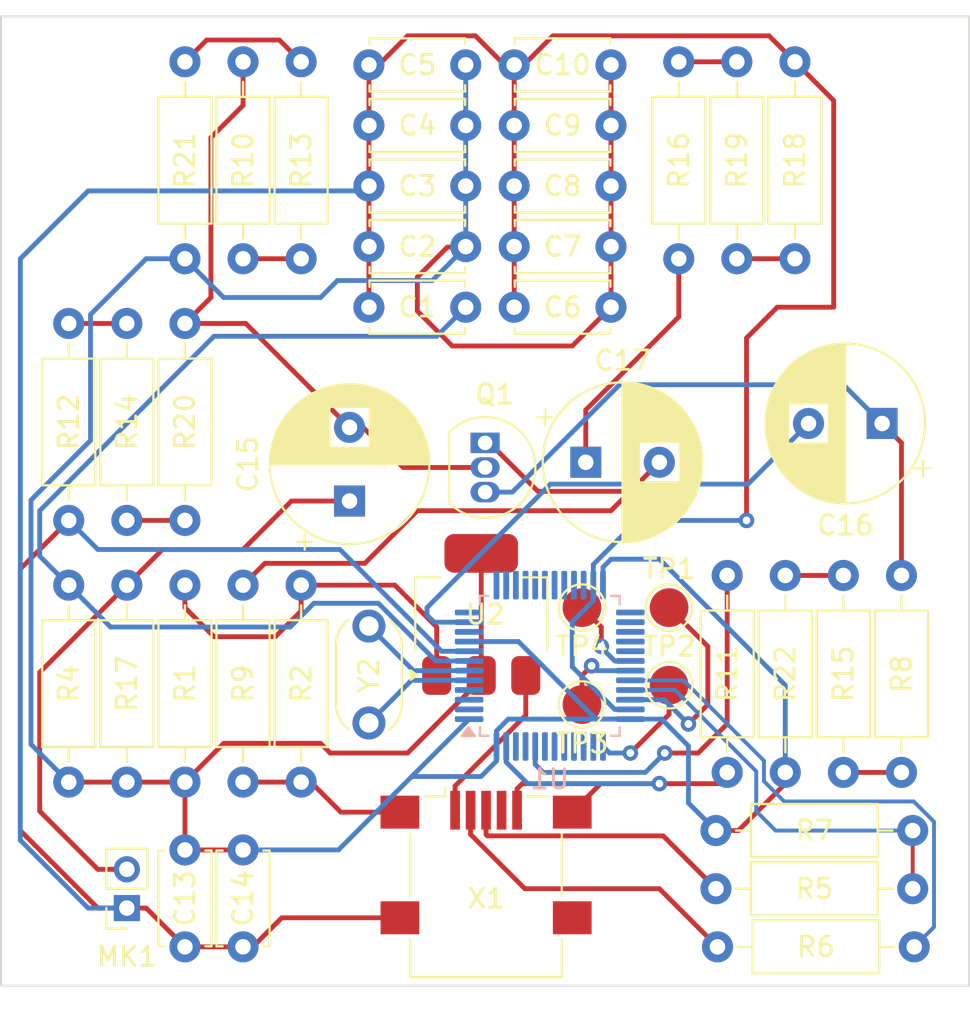
<source format=kicad_pcb>
(kicad_pcb (version 20240108) (generator "pcbnew") (generator_version "8.0")
  (layers (0 "F.Cu" signal) (31 "B.Cu" signal) (34 "B.Paste" user) (35 "F.Paste" user) (36 "B.SilkS" user "B.Silkscreen") (37 "F.SilkS" user "F.Silkscreen") (38 "B.Mask" user) (39 "F.Mask" user) (44 "Edge.Cuts" user))
  (net 0 "")
  (net 1 "GNDREF")
  (net 2 "Net-(U1-NRST)")
  (net 3 "+3V3")
  (net 4 "Net-(Q1-B)")
  (net 5 "Net-(MK1-+)")
  (net 6 "Net-(Q1-C)")
  (net 7 "/Electret AMP/MIC_AMP_OUT")
  (net 8 "Net-(Q1-E)")
  (net 9 "Net-(C17-Pad1)")
  (net 10 "/Power and MCU/USART_1_RX")
  (net 11 "/Power and MCU/SWD_IO")
  (net 12 "/Power and MCU/USART_1_TX")
  (net 13 "/Power and MCU/SWD_CLK")
  (net 14 "Net-(U2-ADJ)")
  (net 15 "/Power and MCU/USB_D+")
  (net 16 "Net-(X1-D+)")
  (net 17 "Net-(X1-D-)")
  (net 18 "/Power and MCU/USB_D-")
  (net 19 "Net-(U1-BOOT0)")
  (net 36 "Net-(U1-PD1)")
  (net 39 "Net-(U1-PD0)")
  (net 50 "5V_USB")
  (net 52 "Net-(R10-Pad1)")
  (net 53 "Net-(R12-Pad2)")
  (net 54 "Net-(R15-Pad1)")
  (net 55 "Net-(R16-Pad1)")
  (net 56 "Net-(R18-Pad2)")
  (net 57 "Net-(R14-Pad2)")
  (net 58 "Net-(R10-Pad2)")
  (net 59 "Net-(R15-Pad2)")
  (footprint "Capacitor_THT:C_Disc_D4.7mm_W2.5mm_P5.00mm" (layer "F.Cu") (at 204.5 68 180)
    (property "Reference" "C5" (at 2.5 0 0) (layer "F.SilkS"))
    (property "Value" "100 nF")
    (pad "1" thru_hole circle (at 0 0 180) (size 1.6 1.6) (drill 0.8) (layers "*.Cu" "*.Mask") (net 3 "+3V3"))
    (pad "2" thru_hole circle (at 5 0 180) (size 1.6 1.6) (drill 0.8) (layers "*.Cu" "*.Mask") (net 1 "GNDREF"))
  )
  (footprint "Capacitor_THT:C_Disc_D4.7mm_W2.5mm_P5.00mm" (layer "F.Cu") (at 204.5 77.375 180)
    (property "Reference" "C2" (at 2.5 0 0) (layer "F.SilkS"))
    (property "Value" "0.1 uF")
    (pad "1" thru_hole circle (at 0 0 180) (size 1.6 1.6) (drill 0.8) (layers "*.Cu" "*.Mask") (net 3 "+3V3"))
    (pad "2" thru_hole circle (at 5 0 180) (size 1.6 1.6) (drill 0.8) (layers "*.Cu" "*.Mask") (net 1 "GNDREF"))
  )
  (footprint "Resistor_THT:R_Axial_DIN0207_L6.3mm_D2.5mm_P10.16mm_Horizontal" (layer "F.Cu") (at 187 94.84 -90)
    (property "Reference" "R17" (at 5.08 0 90) (layer "F.SilkS"))
    (property "Value" "10k")
    (pad "1" thru_hole circle (at 0 0 270) (size 1.6 1.6) (drill 0.8) (layers "*.Cu" "*.Mask") (net 5 "Net-(MK1-+)"))
    (pad "2" thru_hole oval (at 10.16 0 270) (size 1.6 1.6) (drill 0.8) (layers "*.Cu" "*.Mask") (net 3 "+3V3"))
  )
  (footprint "Resistor_THT:R_Axial_DIN0207_L6.3mm_D2.5mm_P10.16mm_Horizontal" (layer "F.Cu") (at 218 104.5 90)
    (property "Reference" "R11" (at 5.08 0 90) (layer "F.SilkS"))
    (property "Value" "10k")
    (pad "1" thru_hole circle (at 0 0 90) (size 1.6 1.6) (drill 0.8) (layers "*.Cu" "*.Mask") (net 1 "GNDREF"))
    (pad "2" thru_hole oval (at 10.16 0 90) (size 1.6 1.6) (drill 0.8) (layers "*.Cu" "*.Mask") (net 19 "Net-(U1-BOOT0)"))
  )
  (footprint "TestPoint:TestPoint_Pad_D2.0mm" (layer "F.Cu") (at 210.5 96 180)
    (property "Reference" "TP4" (at 0 -1.998 0) (layer "F.SilkS"))
    (property "Value" "TestPoint" (hide yes))
    (pad "1" smd circle (at 0 0 180) (size 2 2) (layers "F.Cu" "F.Mask") (net 12 "/Power and MCU/USART_1_TX"))
  )
  (footprint "Resistor_THT:R_Axial_DIN0207_L6.3mm_D2.5mm_P10.16mm_Horizontal" (layer "F.Cu") (at 190 91.5 90)
    (property "Reference" "R20" (at 5.08 0 90) (layer "F.SilkS"))
    (property "Value" "0")
    (pad "1" thru_hole circle (at 0 0 90) (size 1.6 1.6) (drill 0.8) (layers "*.Cu" "*.Mask") (net 57 "Net-(R14-Pad2)"))
    (pad "2" thru_hole oval (at 10.16 0 90) (size 1.6 1.6) (drill 0.8) (layers "*.Cu" "*.Mask") (net 4 "Net-(Q1-B)"))
  )
  (footprint "Package_TO_SOT_SMD:SOT-223-3_TabPin2" (layer "F.Cu") (at 205.3 96.35 90)
    (property "Reference" "U2" (at 0 0.2 180) (layer "F.SilkS"))
    (property "Value" "AMS1117-3.3")
    (pad "1" smd roundrect (at -3.15 -2.3 90) (size 2 1.5) (layers "F.Cu" "F.Paste" "F.Mask") (net 14 "Net-(U2-ADJ)"))
    (pad "2" smd roundrect (at -3.15 0 90) (size 2 1.5) (layers "F.Cu" "F.Paste" "F.Mask") (net 3 "+3V3"))
    (pad "2" smd roundrect (at 3.15 0 90) (size 2 3.8) (layers "F.Cu" "F.Paste" "F.Mask") (net 3 "+3V3"))
    (pad "3" smd roundrect (at -3.15 2.3 90) (size 2 1.5) (layers "F.Cu" "F.Paste" "F.Mask") (net 50 "5V_USB"))
  )
  (footprint "Resistor_THT:R_Axial_DIN0207_L6.3mm_D2.5mm_P10.16mm_Horizontal" (layer "F.Cu") (at 227.58 107.5 180)
    (property "Reference" "R7" (at 5.08 0 0) (layer "F.SilkS"))
    (property "Value" "1,5k")
    (pad "1" thru_hole circle (at 0 0 180) (size 1.6 1.6) (drill 0.8) (layers "*.Cu" "*.Mask") (net 15 "/Power and MCU/USB_D+"))
    (pad "2" thru_hole oval (at 10.16 0 180) (size 1.6 1.6) (drill 0.8) (layers "*.Cu" "*.Mask") (net 3 "+3V3"))
  )
  (footprint "TestPoint:TestPoint_Pad_D2.0mm" (layer "F.Cu") (at 215 100)
    (property "Reference" "TP2" (at 0 -1.998 0) (layer "F.SilkS"))
    (property "Value" "TestPoint")
    (pad "1" smd circle (at 0 0) (size 2 2) (layers "F.Cu" "F.Mask") (net 13 "/Power and MCU/SWD_CLK"))
  )
  (footprint "Resistor_THT:R_Axial_DIN0207_L6.3mm_D2.5mm_P10.16mm_Horizontal" (layer "F.Cu") (at 196 94.84 -90)
    (property "Reference" "R2" (at 5.08 0 90) (layer "F.SilkS"))
    (property "Value" "10k")
    (pad "1" thru_hole circle (at 0 0 270) (size 1.6 1.6) (drill 0.8) (layers "*.Cu" "*.Mask") (net 14 "Net-(U2-ADJ)"))
    (pad "2" thru_hole oval (at 10.16 0 270) (size 1.6 1.6) (drill 0.8) (layers "*.Cu" "*.Mask") (net 1 "GNDREF"))
  )
  (footprint "Capacitor_THT:C_Disc_D4.7mm_W2.5mm_P5.00mm" (layer "F.Cu") (at 212 71.125 180)
    (property "Reference" "C9" (at 2.5 0 0) (layer "F.SilkS"))
    (property "Value" "100 nF")
    (pad "1" thru_hole circle (at 0 0 180) (size 1.6 1.6) (drill 0.8) (layers "*.Cu" "*.Mask") (net 3 "+3V3"))
    (pad "2" thru_hole circle (at 5 0 180) (size 1.6 1.6) (drill 0.8) (layers "*.Cu" "*.Mask") (net 1 "GNDREF"))
  )
  (footprint "Resistor_THT:R_Axial_DIN0207_L6.3mm_D2.5mm_P10.16mm_Horizontal" (layer "F.Cu") (at 221.5 67.84 -90)
    (property "Reference" "R18" (at 5.08 0 90) (layer "F.SilkS"))
    (property "Value" "40")
    (pad "1" thru_hole circle (at 0 0 270) (size 1.6 1.6) (drill 0.8) (layers "*.Cu" "*.Mask") (net 1 "GNDREF"))
    (pad "2" thru_hole oval (at 10.16 0 270) (size 1.6 1.6) (drill 0.8) (layers "*.Cu" "*.Mask") (net 56 "Net-(R18-Pad2)"))
  )
  (footprint "Resistor_THT:R_Axial_DIN0207_L6.3mm_D2.5mm_P10.16mm_Horizontal" (layer "F.Cu") (at 215.5 67.84 -90)
    (property "Reference" "R16" (at 5.08 0 90) (layer "F.SilkS"))
    (property "Value" "0")
    (pad "1" thru_hole circle (at 0 0 270) (size 1.6 1.6) (drill 0.8) (layers "*.Cu" "*.Mask") (net 55 "Net-(R16-Pad1)"))
    (pad "2" thru_hole oval (at 10.16 0 270) (size 1.6 1.6) (drill 0.8) (layers "*.Cu" "*.Mask") (net 9 "Net-(C17-Pad1)"))
  )
  (footprint "Resistor_THT:R_Axial_DIN0207_L6.3mm_D2.5mm_P10.16mm_Horizontal" (layer "F.Cu") (at 184 91.5 90)
    (property "Reference" "R12" (at 5.08 0 -90) (layer "F.SilkS"))
    (property "Value" "25k")
    (pad "1" thru_hole circle (at 0 0 90) (size 1.6 1.6) (drill 0.8) (layers "*.Cu" "*.Mask") (net 1 "GNDREF"))
    (pad "2" thru_hole oval (at 10.16 0 90) (size 1.6 1.6) (drill 0.8) (layers "*.Cu" "*.Mask") (net 53 "Net-(R12-Pad2)"))
  )
  (footprint "Capacitor_THT:C_Disc_D4.7mm_W2.5mm_P5.00mm" (layer "F.Cu") (at 193 108.5 -90)
    (property "Reference" "C14" (at 2.5 0 90) (layer "F.SilkS"))
    (property "Value" "100 nF")
    (pad "1" thru_hole circle (at 0 0 270) (size 1.6 1.6) (drill 0.8) (layers "*.Cu" "*.Mask") (net 3 "+3V3"))
    (pad "2" thru_hole circle (at 5 0 270) (size 1.6 1.6) (drill 0.8) (layers "*.Cu" "*.Mask") (net 1 "GNDREF"))
  )
  (footprint "Capacitor_THT:C_Disc_D4.7mm_W2.5mm_P5.00mm" (layer "F.Cu") (at 212 80.5 180)
    (property "Reference" "C6" (at 2.5 0 0) (layer "F.SilkS"))
    (property "Value" "1 uF")
    (pad "1" thru_hole circle (at 0 0 180) (size 1.6 1.6) (drill 0.8) (layers "*.Cu" "*.Mask") (net 3 "+3V3"))
    (pad "2" thru_hole circle (at 5 0 180) (size 1.6 1.6) (drill 0.8) (layers "*.Cu" "*.Mask") (net 1 "GNDREF"))
  )
  (footprint "Capacitor_THT:C_Disc_D4.7mm_W2.5mm_P5.00mm" (layer "F.Cu") (at 212 77.375 180)
    (property "Reference" "C7" (at 2.5 0 0) (layer "F.SilkS"))
    (property "Value" "100 nF")
    (pad "1" thru_hole circle (at 0 0 180) (size 1.6 1.6) (drill 0.8) (layers "*.Cu" "*.Mask") (net 3 "+3V3"))
    (pad "2" thru_hole circle (at 5 0 180) (size 1.6 1.6) (drill 0.8) (layers "*.Cu" "*.Mask") (net 1 "GNDREF"))
  )
  (footprint "Capacitor_THT:C_Disc_D4.7mm_W2.5mm_P5.00mm" (layer "F.Cu") (at 204.5 71.125 180)
    (property "Reference" "C4" (at 2.5 0 0) (layer "F.SilkS"))
    (property "Value" "10 nF")
    (pad "1" thru_hole circle (at 0 0 180) (size 1.6 1.6) (drill 0.8) (layers "*.Cu" "*.Mask") (net 3 "+3V3"))
    (pad "2" thru_hole circle (at 5 0 180) (size 1.6 1.6) (drill 0.8) (layers "*.Cu" "*.Mask") (net 1 "GNDREF"))
  )
  (footprint "Resistor_THT:R_Axial_DIN0207_L6.3mm_D2.5mm_P10.16mm_Horizontal" (layer "F.Cu") (at 218.5 78 90)
    (property "Reference" "R19" (at 5.08 0 90) (layer "F.SilkS"))
    (property "Value" "0")
    (pad "1" thru_hole circle (at 0 0 90) (size 1.6 1.6) (drill 0.8) (layers "*.Cu" "*.Mask") (net 56 "Net-(R18-Pad2)"))
    (pad "2" thru_hole oval (at 10.16 0 90) (size 1.6 1.6) (drill 0.8) (layers "*.Cu" "*.Mask") (net 55 "Net-(R16-Pad1)"))
  )
  (footprint "Resistor_THT:R_Axial_DIN0207_L6.3mm_D2.5mm_P10.16mm_Horizontal" (layer "F.Cu") (at 227 94.34 -90)
    (property "Reference" "R8" (at 5.08 0 90) (layer "F.SilkS"))
    (property "Value" "13k")
    (pad "1" thru_hole circle (at 0 0 270) (size 1.6 1.6) (drill 0.8) (layers "*.Cu" "*.Mask") (net 6 "Net-(Q1-C)"))
    (pad "2" thru_hole oval (at 10.16 0 270) (size 1.6 1.6) (drill 0.8) (layers "*.Cu" "*.Mask") (net 54 "Net-(R15-Pad1)"))
  )
  (footprint "Resistor_THT:R_Axial_DIN0207_L6.3mm_D2.5mm_P10.16mm_Horizontal" (layer "F.Cu") (at 196 78 90)
    (property "Reference" "R10" (at 5.08 -3 90) (layer "F.SilkS"))
    (property "Value" "86k")
    (pad "1" thru_hole circle (at 0 0 90) (size 1.6 1.6) (drill 0.8) (layers "*.Cu" "*.Mask") (net 52 "Net-(R10-Pad1)"))
    (pad "2" thru_hole oval (at 10.16 0 90) (size 1.6 1.6) (drill 0.8) (layers "*.Cu" "*.Mask") (net 58 "Net-(R10-Pad2)"))
  )
  (footprint "Crystal:Resonator-2Pin_W6.0mm_H3.0mm" (layer "F.Cu") (at 199.5 101.95 90)
    (property "Reference" "Y2" (at 2.45 0 90) (layer "F.SilkS"))
    (property "Value" "8 MHz")
    (pad "1" thru_hole circle (at 0 0 90) (size 1.7 1.7) (drill 1) (layers "*.Cu" "*.Mask") (net 39 "Net-(U1-PD0)"))
    (pad "2" thru_hole circle (at 5 0 90) (size 1.7 1.7) (drill 1) (layers "*.Cu" "*.Mask") (net 36 "Net-(U1-PD1)"))
  )
  (footprint "Resistor_THT:R_Axial_DIN0207_L6.3mm_D2.5mm_P10.16mm_Horizontal" (layer "F.Cu") (at 190 105 90)
    (property "Reference" "R1" (at 5.08 0 90) (layer "F.SilkS"))
    (property "Value" "7.5k")
    (pad "1" thru_hole circle (at 0 0 90) (size 1.6 1.6) (drill 0.8) (layers "*.Cu" "*.Mask") (net 3 "+3V3"))
    (pad "2" thru_hole oval (at 10.16 0 90) (size 1.6 1.6) (drill 0.8) (layers "*.Cu" "*.Mask") (net 14 "Net-(U2-ADJ)"))
  )
  (footprint "Capacitor_THT:C_Disc_D4.7mm_W2.5mm_P5.00mm" (layer "F.Cu") (at 204.5 74.25 180)
    (property "Reference" "C3" (at 2.5 0 0) (layer "F.SilkS"))
    (property "Value" "100 nF")
    (pad "1" thru_hole circle (at 0 0 180) (size 1.6 1.6) (drill 0.8) (layers "*.Cu" "*.Mask") (net 3 "+3V3"))
    (pad "2" thru_hole circle (at 5 0 180) (size 1.6 1.6) (drill 0.8) (layers "*.Cu" "*.Mask") (net 1 "GNDREF"))
  )
  (footprint "TestPoint:TestPoint_Pad_D2.0mm" (layer "F.Cu") (at 210.5 101 180)
    (property "Reference" "TP3" (at 0 -1.998 0) (layer "F.SilkS"))
    (property "Value" "TestPoint" (hide yes))
    (pad "1" smd circle (at 0 0 180) (size 2 2) (layers "F.Cu" "F.Mask") (net 10 "/Power and MCU/USART_1_RX"))
  )
  (footprint "Capacitor_THT:C_Disc_D4.7mm_W2.5mm_P5.00mm" (layer "F.Cu") (at 190 108.5 -90)
    (property "Reference" "C13" (at 2.5 0 90) (layer "F.SilkS"))
    (property "Value" "100 nF")
    (pad "1" thru_hole circle (at 0 0 270) (size 1.6 1.6) (drill 0.8) (layers "*.Cu" "*.Mask") (net 3 "+3V3"))
    (pad "2" thru_hole circle (at 5 0 270) (size 1.6 1.6) (drill 0.8) (layers "*.Cu" "*.Mask") (net 1 "GNDREF"))
  )
  (footprint "Resistor_THT:R_Axial_DIN0207_L6.3mm_D2.5mm_P10.16mm_Horizontal" (layer "F.Cu") (at 193 67.84 -90)
    (property "Reference" "R13" (at 5.08 -3 90) (layer "F.SilkS"))
    (property "Value" "0")
    (pad "1" thru_hole circle (at 0 0 270) (size 1.6 1.6) (drill 0.8) (layers "*.Cu" "*.Mask") (net 4 "Net-(Q1-B)"))
    (pad "2" thru_hole oval (at 10.16 0 270) (size 1.6 1.6) (drill 0.8) (layers "*.Cu" "*.Mask") (net 52 "Net-(R10-Pad1)"))
  )
  (footprint "Resistor_THT:R_Axial_DIN0207_L6.3mm_D2.5mm_P10.16mm_Horizontal" (layer "F.Cu") (at 217.5 113.5)
    (property "Reference" "R6" (at 5.08 0 0) (layer "F.SilkS"))
    (property "Value" "20")
    (pad "1" thru_hole circle (at 0 0) (size 1.6 1.6) (drill 0.8) (layers "*.Cu" "*.Mask") (net 17 "Net-(X1-D-)"))
    (pad "2" thru_hole oval (at 10.16 0) (size 1.6 1.6) (drill 0.8) (layers "*.Cu" "*.Mask") (net 18 "/Power and MCU/USB_D-"))
  )
  (footprint "Capacitor_THT:C_Disc_D4.7mm_W2.5mm_P5.00mm" (layer "F.Cu") (at 212 68 180)
    (property "Reference" "C10" (at 2.5 0 0) (layer "F.SilkS"))
    (property "Value" "4.7 uF")
    (pad "1" thru_hole circle (at 0 0 180) (size 1.6 1.6) (drill 0.8) (layers "*.Cu" "*.Mask") (net 3 "+3V3"))
    (pad "2" thru_hole circle (at 5 0 180) (size 1.6 1.6) (drill 0.8) (layers "*.Cu" "*.Mask") (net 1 "GNDREF"))
  )
  (footprint "Capacitor_THT:C_Disc_D4.7mm_W2.5mm_P5.00mm" (layer "F.Cu") (at 212 74.25 180)
    (property "Reference" "C8" (at 2.5 0 0) (layer "F.SilkS"))
    (property "Value" "100 nF")
    (pad "1" thru_hole circle (at 0 0 180) (size 1.6 1.6) (drill 0.8) (layers "*.Cu" "*.Mask") (net 3 "+3V3"))
    (pad "2" thru_hole circle (at 5 0 180) (size 1.6 1.6) (drill 0.8) (layers "*.Cu" "*.Mask") (net 1 "GNDREF"))
  )
  (footprint "Package_TO_SOT_THT:TO-92_Inline" (layer "F.Cu") (at 205.5 87.5 -90)
    (property "Reference" "Q1" (at -2.5 -0.5 180) (layer "F.SilkS"))
    (property "Value" "BC337")
    (pad "1" thru_hole rect (at 0 0 270) (size 1.05 1.5) (drill 0.75) (layers "*.Cu" "*.Mask") (net 8 "Net-(Q1-E)"))
    (pad "2" thru_hole oval (at 1.27 0 270) (size 1.05 1.5) (drill 0.75) (layers "*.Cu" "*.Mask") (net 4 "Net-(Q1-B)"))
    (pad "3" thru_hole oval (at 2.54 0 270) (size 1.05 1.5) (drill 0.75) (layers "*.Cu" "*.Mask") (net 6 "Net-(Q1-C)"))
  )
  (footprint "Connector_USB:USB_Mini-B_Lumberg_2486_01_Horizontal" (layer "F.Cu") (at 205.55 109.15)
    (property "Reference" "X1" (at 0 1.85 0) (layer "F.SilkS"))
    (property "Value" "USB_B_Micro")
    (pad "" np_thru_hole circle (at -2.2 0) (size 1 1) (drill 1) (layers "*.Cu" "*.Mask"))
    (pad "" np_thru_hole circle (at 2.2 0) (size 1 1) (drill 1) (layers "*.Cu" "*.Mask"))
    (pad "1" smd rect (at -1.6 -2.7) (size 0.5 2) (layers "F.Cu" "F.Paste" "F.Mask") (net 50 "5V_USB"))
    (pad "2" smd rect (at -0.8 -2.7) (size 0.5 2) (layers "F.Cu" "F.Paste" "F.Mask") (net 17 "Net-(X1-D-)"))
    (pad "3" smd rect (at 0 -2.7) (size 0.5 2) (layers "F.Cu" "F.Paste" "F.Mask") (net 16 "Net-(X1-D+)"))
    (pad "4" smd rect (at 0.8 -2.7) (size 0.5 2) (layers "F.Cu" "F.Paste" "F.Mask"))
    (pad "5" smd rect (at 1.6 -2.7) (size 0.5 2) (layers "F.Cu" "F.Paste" "F.Mask") (net 1 "GNDREF"))
    (pad "6" smd rect (at -4.45 -2.6) (size 2 1.7) (layers "F.Cu" "F.Paste" "F.Mask") (net 1 "GNDREF"))
    (pad "6" smd rect (at -4.45 2.85) (size 2 1.7) (layers "F.Cu" "F.Paste" "F.Mask") (net 1 "GNDREF"))
    (pad "6" smd rect (at 4.45 -2.6) (size 2 1.7) (layers "F.Cu" "F.Paste" "F.Mask") (net 1 "GNDREF"))
    (pad "6" smd rect (at 4.45 2.85) (size 2 1.7) (layers "F.Cu" "F.Paste" "F.Mask") (net 1 "GNDREF"))
  )
  (footprint "Capacitor_THT:CP_Radial_D8.0mm_P3.80mm" (layer "F.Cu") (at 226 86.5 180)
    (property "Reference" "C16" (at 1.9 -5.25 0) (layer "F.SilkS"))
    (property "Value" "10 uF")
    (pad "1" thru_hole rect (at 0 0 180) (size 1.6 1.6) (drill 0.8) (layers "*.Cu" "*.Mask") (net 6 "Net-(Q1-C)"))
    (pad "2" thru_hole circle (at 3.8 0 180) (size 1.6 1.6) (drill 0.8) (layers "*.Cu" "*.Mask") (net 7 "/Electret AMP/MIC_AMP_OUT"))
  )
  (footprint "Resistor_THT:R_Axial_DIN0207_L6.3mm_D2.5mm_P10.16mm_Horizontal" (layer "F.Cu") (at 190 67.84 -90)
    (property "Reference" "R21" (at 5.08 0 90) (layer "F.SilkS"))
    (property "Value" "0")
    (pad "1" thru_hole circle (at 0 0 270) (size 1.6 1.6) (drill 0.8) (layers "*.Cu" "*.Mask") (net 58 "Net-(R10-Pad2)"))
    (pad "2" thru_hole oval (at 10.16 0 270) (size 1.6 1.6) (drill 0.8) (layers "*.Cu" "*.Mask") (net 3 "+3V3"))
  )
  (footprint "Resistor_THT:R_Axial_DIN0207_L6.3mm_D2.5mm_P10.16mm_Horizontal" (layer "F.Cu") (at 217.42 110.5)
    (property "Reference" "R5" (at 5.08 0 0) (layer "F.SilkS"))
    (property "Value" "20")
    (pad "1" thru_hole circle (at 0 0) (size 1.6 1.6) (drill 0.8) (layers "*.Cu" "*.Mask") (net 16 "Net-(X1-D+)"))
    (pad "2" thru_hole oval (at 10.16 0) (size 1.6 1.6) (drill 0.8) (layers "*.Cu" "*.Mask") (net 15 "/Power and MCU/USB_D+"))
  )
  (footprint "Resistor_THT:R_Axial_DIN0207_L6.3mm_D2.5mm_P10.16mm_Horizontal" (layer "F.Cu") (at 221 94.34 -90)
    (property "Reference" "R22" (at 5.08 0 90) (layer "F.SilkS"))
    (property "Value" "0")
    (pad "1" thru_hole circle (at 0 0 270) (size 1.6 1.6) (drill 0.8) (layers "*.Cu" "*.Mask") (net 59 "Net-(R15-Pad2)"))
    (pad "2" thru_hole oval (at 10.16 0 270) (size 1.6 1.6) (drill 0.8) (layers "*.Cu" "*.Mask") (net 3 "+3V3"))
  )
  (footprint "Capacitor_THT:C_Disc_D4.7mm_W2.5mm_P5.00mm" (layer "F.Cu") (at 204.5 80.5 180)
    (property "Reference" "C1" (at 2.5 0 0) (layer "F.SilkS"))
    (property "Value" "1 uF")
    (pad "1" thru_hole circle (at 0 0 180) (size 1.6 1.6) (drill 0.8) (layers "*.Cu" "*.Mask") (net 2 "Net-(U1-NRST)"))
    (pad "2" thru_hole circle (at 5 0 180) (size 1.6 1.6) (drill 0.8) (layers "*.Cu" "*.Mask") (net 1 "GNDREF"))
  )
  (footprint "Resistor_THT:R_Axial_DIN0207_L6.3mm_D2.5mm_P10.16mm_Horizontal" (layer "F.Cu") (at 224 104.5 90)
    (property "Reference" "R15" (at 5.08 0 90) (layer "F.SilkS"))
    (property "Value" "0")
    (pad "1" thru_hole circle (at 0 0 90) (size 1.6 1.6) (drill 0.8) (layers "*.Cu" "*.Mask") (net 54 "Net-(R15-Pad1)"))
    (pad "2" thru_hole oval (at 10.16 0 90) (size 1.6 1.6) (drill 0.8) (layers "*.Cu" "*.Mask") (net 59 "Net-(R15-Pad2)"))
  )
  (footprint "Capacitor_THT:CP_Radial_D8.0mm_P3.80mm" (layer "F.Cu") (at 210.697349 88.5)
    (property "Reference" "C17" (at 1.9 -5.25 0) (layer "F.SilkS"))
    (property "Value" "1 uF")
    (pad "1" thru_hole rect (at 0 0) (size 1.6 1.6) (drill 0.8) (layers "*.Cu" "*.Mask") (net 9 "Net-(C17-Pad1)"))
    (pad "2" thru_hole circle (at 3.8 0) (size 1.6 1.6) (drill 0.8) (layers "*.Cu" "*.Mask") (net 8 "Net-(Q1-E)"))
  )
  (footprint "Capacitor_THT:CP_Radial_D8.0mm_P3.80mm" (layer "F.Cu") (at 198.5 90.5 90)
    (property "Reference" "C15" (at 1.9 -5.25 90) (layer "F.SilkS"))
    (property "Value" "4.7 uF")
    (pad "1" thru_hole rect (at 0 0 90) (size 1.6 1.6) (drill 0.8) (layers "*.Cu" "*.Mask") (net 5 "Net-(MK1-+)"))
    (pad "2" thru_hole circle (at 3.8 0 90) (size 1.6 1.6) (drill 0.8) (layers "*.Cu" "*.Mask") (net 4 "Net-(Q1-B)"))
  )
  (footprint "Resistor_THT:R_Axial_DIN0207_L6.3mm_D2.5mm_P10.16mm_Horizontal" (layer "F.Cu") (at 184 105 90)
    (property "Reference" "R4" (at 5.08 0 90) (layer "F.SilkS"))
    (property "Value" "10k")
    (pad "1" thru_hole circle (at 0 0 90) (size 1.6 1.6) (drill 0.8) (layers "*.Cu" "*.Mask") (net 3 "+3V3"))
    (pad "2" thru_hole oval (at 10.16 0 90) (size 1.6 1.6) (drill 0.8) (layers "*.Cu" "*.Mask") (net 2 "Net-(U1-NRST)"))
  )
  (footprint "Resistor_THT:R_Axial_DIN0207_L6.3mm_D2.5mm_P10.16mm_Horizontal" (layer "F.Cu") (at 193 105 90)
    (property "Reference" "R9" (at 5.08 0 90) (layer "F.SilkS"))
    (property "Value" "0.9k")
    (pad "1" thru_hole circle (at 0 0 90) (size 1.6 1.6) (drill 0.8) (layers "*.Cu" "*.Mask") (net 1 "GNDREF"))
    (pad "2" thru_hole oval (at 10.16 0 90) (size 1.6 1.6) (drill 0.8) (layers "*.Cu" "*.Mask") (net 8 "Net-(Q1-E)"))
  )
  (footprint "Resistor_THT:R_Axial_DIN0207_L6.3mm_D2.5mm_P10.16mm_Horizontal" (layer "F.Cu") (at 187 81.34 -90)
    (property "Reference" "R14" (at 5.08 0 90) (layer "F.SilkS"))
    (property "Value" "0")
    (pad "1" thru_hole circle (at 0 0 270) (size 1.6 1.6) (drill 0.8) (layers "*.Cu" "*.Mask") (net 53 "Net-(R12-Pad2)"))
    (pad "2" thru_hole oval (at 10.16 0 270) (size 1.6 1.6) (drill 0.8) (layers "*.Cu" "*.Mask") (net 57 "Net-(R14-Pad2)"))
  )
  (footprint "TestPoint:TestPoint_Pad_D2.0mm" (layer "F.Cu") (at 215 96)
    (property "Reference" "TP1" (at 0 -1.998 0) (layer "F.SilkS"))
    (property "Value" "TestPoint")
    (pad "1" smd circle (at 0 0) (size 2 2) (layers "F.Cu" "F.Mask") (net 11 "/Power and MCU/SWD_IO"))
  )
  (footprint "Connector_PinSocket_2.00mm:PinSocket_1x02_P2.00mm_Vertical" (layer "F.Cu") (at 187 111.5 180)
    (property "Reference" "MK1" (at 0 -2.5 0) (layer "F.SilkS"))
    (property "Value" "~")
    (pad "1" thru_hole rect (at 0 0 180) (size 1.35 1.35) (drill 0.8) (layers "*.Cu" "*.Mask") (net 1 "GNDREF"))
    (pad "2" thru_hole oval (at 0 2 180) (size 1.35 1.35) (drill 0.8) (layers "*.Cu" "*.Mask") (net 5 "Net-(MK1-+)"))
  )
  (footprint "Package_QFP:LQFP-48_7x7mm_P0.5mm" (layer "B.Cu") (at 208.8375 99)
    (property "Reference" "U1" (at 0 5.85 0) (layer "B.SilkS") (effects (justify mirror)))
    (property "Value" "STM32F103C6Tx")
    (pad "1" smd roundrect (at -4.1625 2.75) (size 1.475 0.3) (layers "B.Cu" "B.Paste" "B.Mask") (net 3 "+3V3"))
    (pad "2" smd roundrect (at -4.1625 2.25) (size 1.475 0.3) (layers "B.Cu" "B.Paste" "B.Mask"))
    (pad "3" smd roundrect (at -4.1625 1.75) (size 1.475 0.3) (layers "B.Cu" "B.Paste" "B.Mask"))
    (pad "4" smd roundrect (at -4.1625 1.25) (size 1.475 0.3) (layers "B.Cu" "B.Paste" "B.Mask"))
    (pad "5" smd roundrect (at -4.1625 0.75) (size 1.475 0.3) (layers "B.Cu" "B.Paste" "B.Mask") (net 39 "Net-(U1-PD0)"))
    (pad "6" smd roundrect (at -4.1625 0.25) (size 1.475 0.3) (layers "B.Cu" "B.Paste" "B.Mask") (net 36 "Net-(U1-PD1)"))
    (pad "7" smd roundrect (at -4.1625 -0.25) (size 1.475 0.3) (layers "B.Cu" "B.Paste" "B.Mask") (net 2 "Net-(U1-NRST)"))
    (pad "8" smd roundrect (at -4.1625 -0.75) (size 1.475 0.3) (layers "B.Cu" "B.Paste" "B.Mask") (net 1 "GNDREF"))
    (pad "9" smd roundrect (at -4.1625 -1.25) (size 1.475 0.3) (layers "B.Cu" "B.Paste" "B.Mask") (net 3 "+3V3"))
    (pad "10" smd roundrect (at -4.1625 -1.75) (size 1.475 0.3) (layers "B.Cu" "B.Paste" "B.Mask"))
    (pad "11" smd roundrect (at -4.1625 -2.25) (size 1.475 0.3) (layers "B.Cu" "B.Paste" "B.Mask") (net 7 "/Electret AMP/MIC_AMP_OUT"))
    (pad "12" smd roundrect (at -4.1625 -2.75) (size 1.475 0.3) (layers "B.Cu" "B.Paste" "B.Mask"))
    (pad "13" smd roundrect (at -2.75 -4.1625) (size 0.3 1.475) (layers "B.Cu" "B.Paste" "B.Mask"))
    (pad "14" smd roundrect (at -2.25 -4.1625) (size 0.3 1.475) (layers "B.Cu" "B.Paste" "B.Mask"))
    (pad "15" smd roundrect (at -1.75 -4.1625) (size 0.3 1.475) (layers "B.Cu" "B.Paste" "B.Mask"))
    (pad "16" smd roundrect (at -1.25 -4.1625) (size 0.3 1.475) (layers "B.Cu" "B.Paste" "B.Mask"))
    (pad "17" smd roundrect (at -0.75 -4.1625) (size 0.3 1.475) (layers "B.Cu" "B.Paste" "B.Mask"))
    (pad "18" smd roundrect (at -0.25 -4.1625) (size 0.3 1.475) (layers "B.Cu" "B.Paste" "B.Mask"))
    (pad "19" smd roundrect (at 0.25 -4.1625) (size 0.3 1.475) (layers "B.Cu" "B.Paste" "B.Mask"))
    (pad "20" smd roundrect (at 0.75 -4.1625) (size 0.3 1.475) (layers "B.Cu" "B.Paste" "B.Mask"))
    (pad "21" smd roundrect (at 1.25 -4.1625) (size 0.3 1.475) (layers "B.Cu" "B.Paste" "B.Mask"))
    (pad "22" smd roundrect (at 1.75 -4.1625) (size 0.3 1.475) (layers "B.Cu" "B.Paste" "B.Mask"))
    (pad "23" smd roundrect (at 2.25 -4.1625) (size 0.3 1.475) (layers "B.Cu" "B.Paste" "B.Mask") (net 1 "GNDREF"))
    (pad "24" smd roundrect (at 2.75 -4.1625) (size 0.3 1.475) (layers "B.Cu" "B.Paste" "B.Mask") (net 3 "+3V3"))
    (pad "25" smd roundrect (at 4.1625 -2.75) (size 1.475 0.3) (layers "B.Cu" "B.Paste" "B.Mask"))
    (pad "26" smd roundrect (at 4.1625 -2.25) (size 1.475 0.3) (layers "B.Cu" "B.Paste" "B.Mask"))
    (pad "27" smd roundrect (at 4.1625 -1.75) (size 1.475 0.3) (layers "B.Cu" "B.Paste" "B.Mask"))
    (pad "28" smd roundrect (at 4.1625 -1.25) (size 1.475 0.3) (layers "B.Cu" "B.Paste" "B.Mask"))
    (pad "29" smd roundrect (at 4.1625 -0.75) (size 1.475 0.3) (layers "B.Cu" "B.Paste" "B.Mask"))
    (pad "30" smd roundrect (at 4.1625 -0.25) (size 1.475 0.3) (layers "B.Cu" "B.Paste" "B.Mask") (net 12 "/Power and MCU/USART_1_TX"))
    (pad "31" smd roundrect (at 4.1625 0.25) (size 1.475 0.3) (layers "B.Cu" "B.Paste" "B.Mask") (net 10 "/Power and MCU/USART_1_RX"))
    (pad "32" smd roundrect (at 4.1625 0.75) (size 1.475 0.3) (layers "B.Cu" "B.Paste" "B.Mask") (net 18 "/Power and MCU/USB_D-"))
    (pad "33" smd roundrect (at 4.1625 1.25) (size 1.475 0.3) (layers "B.Cu" "B.Paste" "B.Mask") (net 15 "/Power and MCU/USB_D+"))
    (pad "34" smd roundrect (at 4.1625 1.75) (size 1.475 0.3) (layers "B.Cu" "B.Paste" "B.Mask") (net 11 "/Power and MCU/SWD_IO"))
    (pad "35" smd roundrect (at 4.1625 2.25) (size 1.475 0.3) (layers "B.Cu" "B.Paste" "B.Mask") (net 1 "GNDREF"))
    (pad "36" smd roundrect (at 4.1625 2.75) (size 1.475 0.3) (layers "B.Cu" "B.Paste" "B.Mask") (net 3 "+3V3"))
    (pad "37" smd roundrect (at 2.75 4.1625) (size 0.3 1.475) (layers "B.Cu" "B.Paste" "B.Mask") (net 13 "/Power and MCU/SWD_CLK"))
    (pad "38" smd roundrect (at 2.25 4.1625) (size 0.3 1.475) (layers "B.Cu" "B.Paste" "B.Mask"))
    (pad "39" smd roundrect (at 1.75 4.1625) (size 0.3 1.475) (layers "B.Cu" "B.Paste" "B.Mask"))
    (pad "40" smd roundrect (at 1.25 4.1625) (size 0.3 1.475) (layers "B.Cu" "B.Paste" "B.Mask"))
    (pad "41" smd roundrect (at 0.75 4.1625) (size 0.3 1.475) (layers "B.Cu" "B.Paste" "B.Mask"))
    (pad "42" smd roundrect (at 0.25 4.1625) (size 0.3 1.475) (layers "B.Cu" "B.Paste" "B.Mask"))
    (pad "43" smd roundrect (at -0.25 4.1625) (size 0.3 1.475) (layers "B.Cu" "B.Paste" "B.Mask"))
    (pad "44" smd roundrect (at -0.75 4.1625) (size 0.3 1.475) (layers "B.Cu" "B.Paste" "B.Mask") (net 19 "Net-(U1-BOOT0)"))
    (pad "45" smd roundrect (at -1.25 4.1625) (size 0.3 1.475) (layers "B.Cu" "B.Paste" "B.Mask"))
    (pad "46" smd roundrect (at -1.75 4.1625) (size 0.3 1.475) (layers "B.Cu" "B.Paste" "B.Mask"))
    (pad "47" smd roundrect (at -2.25 4.1625) (size 0.3 1.475) (layers "B.Cu" "B.Paste" "B.Mask") (net 1 "GNDREF"))
    (pad "48" smd roundrect (at -2.75 4.1625) (size 0.3 1.475) (layers "B.Cu" "B.Paste" "B.Mask") (net 3 "+3V3"))
  )
  (gr_rect (start 180.5 65.5) (end 230.5 115.5) (stroke (width 0.1)) (fill none) (layer "Edge.Cuts"))
  (segment (start 207.42 105.08) (end 211.47 105.08) (width 0.25) (layer "F.Cu") (net 1))
  (segment (start 201.5 66.5) (end 205 66.5) (width 0.25) (layer "F.Cu") (net 1))
  (segment (start 188 111.5) (end 190 113.5) (width 0.25) (layer "F.Cu") (net 1))
  (segment (start 199.5 68.5) (end 201.5 66.5) (width 0.25) (layer "F.Cu") (net 1))
  (segment (start 211.47 105.08) (end 210 106.55) (width 0.25) (layer "F.Cu") (net 1))
  (segment (start 198.05 106.55) (end 201.1 106.55) (width 0.25) (layer "F.Cu") (net 1))
  (segment (start 218 105.08) (end 214.5 105.08) (width 0.25) (layer "F.Cu") (net 1))
  (segment (start 193 113.5) (end 193.5 113.5) (width 0.25) (layer "F.Cu") (net 1))
  (segment (start 184 91.5) (end 181.5 94) (width 0.25) (layer "F.Cu") (net 1))
  (segment (start 196.5 105) (end 198.05 106.55) (width 0.25) (layer "F.Cu") (net 1))
  (segment (start 219 91.5) (end 219 82.090991) (width 0.25) (layer "F.Cu") (net 1))
  (segment (start 207.15 105.35) (end 207.42 105.08) (width 0.25) (layer "F.Cu") (net 1))
  (segment (start 187 111.5) (end 188 111.5) (width 0.25) (layer "F.Cu") (net 1))
  (segment (start 214.5 105.08) (end 211.47 105.08) (width 0.25) (layer "F.Cu") (net 1))
  (segment (start 220.16 66.5) (end 221.5 67.84) (width 0.25) (layer "F.Cu") (net 1))
  (segment (start 207 68.5) (end 209 66.5) (width 0.25) (layer "F.Cu") (net 1))
  (segment (start 205 66.5) (end 207 68.5) (width 0.25) (layer "F.Cu") (net 1))
  (segment (start 207 68.5) (end 207 80.5) (width 0.25) (layer "F.Cu") (net 1))
  (segment (start 199.5 80.5) (end 199.5 68.5) (width 0.25) (layer "F.Cu") (net 1))
  (segment (start 193.5 113.5) (end 195 112) (width 0.25) (layer "F.Cu") (net 1))
  (segment (start 190 113.5) (end 193 113.5) (width 0.25) (layer "F.Cu") (net 1))
  (segment (start 207.15 106.45) (end 207.15 105.35) (width 0.25) (layer "F.Cu") (net 1))
  (segment (start 181.5 94) (end 181.5 107.5) (width 0.25) (layer "F.Cu") (net 1))
  (segment (start 185.5 111.5) (end 187 111.5) (width 0.25) (layer "F.Cu") (net 1))
  (segment (start 220.590991 80.5) (end 223.5 80.5) (width 0.25) (layer "F.Cu") (net 1))
  (segment (start 196 105) (end 196.5 105) (width 0.25) (layer "F.Cu") (net 1))
  (segment (start 195 112) (end 201.1 112) (width 0.25) (layer "F.Cu") (net 1))
  (segment (start 219 82.090991) (end 220.590991 80.5) (width 0.25) (layer "F.Cu") (net 1))
  (segment (start 223.5 80.5) (end 223.5 69.84) (width 0.25) (layer "F.Cu") (net 1))
  (segment (start 223.5 69.84) (end 221.5 67.84) (width 0.25) (layer "F.Cu") (net 1))
  (segment (start 209 66.5) (end 220.16 66.5) (width 0.25) (layer "F.Cu") (net 1))
  (segment (start 193 105) (end 196 105) (width 0.25) (layer "F.Cu") (net 1))
  (segment (start 181.5 107.5) (end 185.5 111.5) (width 0.25) (layer "F.Cu") (net 1))
  (via (at 219 91.5) (size 0.8) (drill 0.4) (layers "F.Cu" "B.Cu") (net 1))
  (via (at 214.5 105.08) (size 0.8) (drill 0.4) (layers "F.Cu" "B.Cu") (net 1))
  (segment (start 210 96.730264) (end 210 99.055264) (width 0.25) (layer "B.Cu") (net 1))
  (segment (start 211.0875 95.642764) (end 210 96.730264) (width 0.25) (layer "B.Cu") (net 1))
  (segment (start 206.5875 103.967764) (end 207.699736 105.08) (width 0.25) (layer "B.Cu") (net 1))
  (segment (start 211.0875 94.8375) (end 211.0875 93.776104) (width 0.25) (layer "B.Cu") (net 1))
  (segment (start 211.0875 94.8375) (end 211.0875 95.642764) (width 0.25) (layer "B.Cu") (net 1))
  (segment (start 185.5 93) (end 184 91.5) (width 0.25) (layer "B.Cu") (net 1))
  (segment (start 204.675 98.25) (end 203.25 98.25) (width 0.25) (layer "B.Cu") (net 1))
  (segment (start 212.194736 101.25) (end 213 101.25) (width 0.25) (layer "B.Cu") (net 1))
  (segment (start 181.5 108) (end 185 111.5) (width 0.25) (layer "B.Cu") (net 1))
  (segment (start 185 111.5) (end 187 111.5) (width 0.25) (layer "B.Cu") (net 1))
  (segment (start 181.5 78) (end 181.5 108) (width 0.25) (layer "B.Cu") (net 1))
  (segment (start 211.0875 93.776104) (end 213.363604 91.5) (width 0.25) (layer "B.Cu") (net 1))
  (segment (start 203.25 98.25) (end 198 93) (width 0.25) (layer "B.Cu") (net 1))
  (segment (start 213.363604 91.5) (end 219 91.5) (width 0.25) (layer "B.Cu") (net 1))
  (segment (start 198 93) (end 185.5 93) (width 0.25) (layer "B.Cu") (net 1))
  (segment (start 206.5875 103.1625) (end 206.5875 103.967764) (width 0.25) (layer "B.Cu") (net 1))
  (segment (start 207.699736 105.08) (end 214.5 105.08) (width 0.25) (layer "B.Cu") (net 1))
  (segment (start 199.5 74.5) (end 185 74.5) (width 0.25) (layer "B.Cu") (net 1))
  (segment (start 185 74.5) (end 181.5 78) (width 0.25) (layer "B.Cu") (net 1))
  (segment (start 210 99.055264) (end 212.194736 101.25) (width 0.25) (layer "B.Cu") (net 1))
  (segment (start 196.655991 95.775) (end 195.430991 97) (width 0.25) (layer "B.Cu") (net 2))
  (segment (start 195.430991 97) (end 186.16 97) (width 0.25) (layer "B.Cu") (net 2))
  (segment (start 204.675 98.75) (end 202.961701 98.75) (width 0.25) (layer "B.Cu") (net 2))
  (segment (start 186.16 97) (end 184 94.84) (width 0.25) (layer "B.Cu") (net 2))
  (segment (start 199.986701 95.775) (end 196.655991 95.775) (width 0.25) (layer "B.Cu") (net 2))
  (segment (start 184 94.84) (end 182.5 93.34) (width 0.25) (layer "B.Cu") (net 2))
  (segment (start 202.961701 98.75) (end 199.986701 95.775) (width 0.25) (layer "B.Cu") (net 2))
  (segment (start 191.5 82) (end 203 82) (width 0.25) (layer "B.Cu") (net 2))
  (segment (start 203 82) (end 204.5 80.5) (width 0.25) (layer "B.Cu") (net 2))
  (segment (start 182.5 93.34) (end 182.5 91) (width 0.25) (layer "B.Cu") (net 2))
  (segment (start 182.5 91) (end 191.5 82) (width 0.25) (layer "B.Cu") (net 2))
  (segment (start 197.5 103.5) (end 201.5 103.5) (width 0.25) (layer "F.Cu") (net 3))
  (segment (start 187 105) (end 190 105) (width 0.25) (layer "F.Cu") (net 3))
  (segment (start 184 105) (end 187 105) (width 0.25) (layer "F.Cu") (net 3))
  (segment (start 203.8 82.5) (end 202 80.7) (width 0.25) (layer "F.Cu") (net 3))
  (segment (start 217.42 107.5) (end 218.58 107.5) (width 0.25) (layer "F.Cu") (net 3))
  (segment (start 203.55 77.4) (end 204.5 77.4) (width 0.25) (layer "F.Cu") (net 3))
  (segment (start 218.58 107.5) (end 221 105.08) (width 0.25) (layer "F.Cu") (net 3))
  (segment (start 205.3 93.2) (end 205.3 99.5) (width 0.25) (layer "F.Cu") (net 3))
  (segment (start 190 105) (end 192 103) (width 0.25) (layer "F.Cu") (net 3))
  (segment (start 205.3 99.7) (end 205.3 99.5) (width 0.25) (layer "F.Cu") (net 3))
  (segment (start 192 103) (end 197 103) (width 0.25) (layer "F.Cu") (net 3))
  (segment (start 190 108.5) (end 193 108.5) (width 0.25) (layer "F.Cu") (net 3))
  (segment (start 212 68.5) (end 212 80.5) (width 0.25) (layer "F.Cu") (net 3))
  (segment (start 211 81.5) (end 210 82.5) (width 0.25) (layer "F.Cu") (net 3))
  (segment (start 202 78.95) (end 203.55 77.4) (width 0.25) (layer "F.Cu") (net 3))
  (segment (start 197 103) (end 197.5 103.5) (width 0.25) (layer "F.Cu") (net 3))
  (segment (start 201.5 103.5) (end 205.3 99.7) (width 0.25) (layer "F.Cu") (net 3))
  (segment (start 190 105) (end 190 108.5) (width 0.25) (layer "F.Cu") (net 3))
  (segment (start 202 80.7) (end 202 78.95) (width 0.25) (layer "F.Cu") (net 3))
  (segment (start 212 80.5) (end 211 81.5) (width 0.25) (layer "F.Cu") (net 3))
  (segment (start 210 82.5) (end 203.8 82.5) (width 0.25) (layer "F.Cu") (net 3))
  (segment (start 216 106.08) (end 217.42 107.5) (width 0.25) (layer "B.Cu") (net 3))
  (segment (start 211.5875 93.9125) (end 212 93.5) (width 0.25) (layer "B.Cu") (net 3))
  (segment (start 197 80) (end 192 80) (width 0.25) (layer "B.Cu") (net 3))
  (segment (start 211.222368 101.75) (end 213 101.75) (width 0.25) (layer "B.Cu") (net 3))
  (segment (start 206.0875 103.9125) (end 205.2875 104.7125) (width 0.25) (layer "B.Cu") (net 3))
  (segment (start 214.5 93.5) (end 221 100) (width 0.25) (layer "B.Cu") (net 3))
  (segment (start 201.7125 104.7125) (end 197.925 108.5) (width 0.25) (layer "B.Cu") (net 3))
  (segment (start 187.999009 78) (end 185.125 80.874009) (width 0.25) (layer "B.Cu") (net 3))
  (segment (start 206.0875 103.1625) (end 206.0875 102.357236) (width 0.25) (layer "B.Cu") (net 3))
  (segment (start 206.0875 103.1625) (end 206.0875 103.9125) (width 0.25) (layer "B.Cu") (net 3))
  (segment (start 197.875 79.125) (end 197 80) (width 0.25) (layer "B.Cu") (net 3))
  (segment (start 216 103.136396) (end 216 106.08) (width 0.25) (layer "B.Cu") (net 3))
  (segment (start 204.675 101.75) (end 201.7125 104.7125) (width 0.25) (layer "B.Cu") (net 3))
  (segment (start 205.2875 104.7125) (end 201.7125 104.7125) (width 0.25) (layer "B.Cu") (net 3))
  (segment (start 221 100) (end 221 104.5) (width 0.25) (layer "B.Cu") (net 3))
  (segment (start 185.125 87.375) (end 182.05 90.45) (width 0.25) (layer "B.Cu") (net 3))
  (segment (start 192 80) (end 190 78) (width 0.25) (layer "B.Cu") (net 3))
  (segment (start 213 101.75) (end 214.613604 101.75) (width 0.25) (layer "B.Cu") (net 3))
  (segment (start 204.675 97.75) (end 207.222368 97.75) (width 0.25) (layer "B.Cu") (net 3))
  (segment (start 190 78) (end 187.999009 78) (width 0.25) (layer "B.Cu") (net 3))
  (segment (start 204.5 77.4) (end 202.775 79.125) (width 0.25) (layer "B.Cu") (net 3))
  (segment (start 211.5875 94.8375) (end 211.5875 93.9125) (width 0.25) (layer "B.Cu") (net 3))
  (segment (start 197.925 108.5) (end 193 108.5) (width 0.25) (layer "B.Cu") (net 3))
  (segment (start 202.775 79.125) (end 197.875 79.125) (width 0.25) (layer "B.Cu") (net 3))
  (segment (start 212 93.5) (end 214.5 93.5) (width 0.25) (layer "B.Cu") (net 3))
  (segment (start 206.694736 101.75) (end 213 101.75) (width 0.25) (layer "B.Cu") (net 3))
  (segment (start 182.05 90.45) (end 182.05 103.05) (width 0.25) (layer "B.Cu") (net 3))
  (segment (start 182.05 103.05) (end 184 105) (width 0.25) (layer "B.Cu") (net 3))
  (segment (start 214.613604 101.75) (end 216 103.136396) (width 0.25) (layer "B.Cu") (net 3))
  (segment (start 204.5 68.5) (end 204.5 77.4) (width 0.25) (layer "B.Cu") (net 3))
  (segment (start 207.222368 97.75) (end 211.222368 101.75) (width 0.25) (layer "B.Cu") (net 3))
  (segment (start 206.0875 102.357236) (end 206.694736 101.75) (width 0.25) (layer "B.Cu") (net 3))
  (segment (start 185.125 80.874009) (end 185.125 87.375) (width 0.25) (layer "B.Cu") (net 3))
  (segment (start 190 81.34) (end 193.14 81.34) (width 0.25) (layer "F.Cu") (net 4))
  (segment (start 199.2 86.7) (end 201.27 88.77) (width 0.25) (layer "F.Cu") (net 4))
  (segment (start 191.34 80) (end 190 81.34) (width 0.25) (layer "F.Cu") (net 4))
  (segment (start 198.5 86.7) (end 199.2 86.7) (width 0.25) (layer "F.Cu") (net 4))
  (segment (start 191.34 71.75) (end 191.34 80) (width 0.25) (layer "F.Cu") (net 4))
  (segment (start 201.27 88.77) (end 205.5 88.77) (width 0.25) (layer "F.Cu") (net 4))
  (segment (start 193 67.84) (end 193 70.09) (width 0.25) (layer "F.Cu") (net 4))
  (segment (start 193.14 81.34) (end 198.5 86.7) (width 0.25) (layer "F.Cu") (net 4))
  (segment (start 193 70.09) (end 191.34 71.75) (width 0.25) (layer "F.Cu") (net 4))
  (segment (start 182.5 99.34) (end 187 94.84) (width 0.25) (layer "F.Cu") (net 5))
  (segment (start 195.5 90.5) (end 198.5 90.5) (width 0.25) (layer "F.Cu") (net 5))
  (segment (start 187 94.84) (end 188.84 93) (width 0.25) (layer "F.Cu") (net 5))
  (segment (start 188.84 93) (end 193 93) (width 0.25) (layer "F.Cu") (net 5))
  (segment (start 193 93) (end 195.5 90.5) (width 0.25) (layer "F.Cu") (net 5))
  (segment (start 187 109.5) (end 185.5 109.5) (width 0.25) (layer "F.Cu") (net 5))
  (segment (start 182.5 106.5) (end 182.5 99.34) (width 0.25) (layer "F.Cu") (net 5))
  (segment (start 185.5 109.5) (end 182.5 106.5) (width 0.25) (layer "F.Cu") (net 5))
  (segment (start 227 94.34) (end 227 87.5) (width 0.25) (layer "F.Cu") (net 6))
  (segment (start 227 87.5) (end 226 86.5) (width 0.25) (layer "F.Cu") (net 6))
  (segment (start 206.907349 90.04) (end 212.447349 84.5) (width 0.25) (layer "B.Cu") (net 6))
  (segment (start 205.5 90.04) (end 206.907349 90.04) (width 0.25) (layer "B.Cu") (net 6))
  (segment (start 212.447349 84.5) (end 224 84.5) (width 0.25) (layer "B.Cu") (net 6))
  (segment (start 224 84.5) (end 226 86.5) (width 0.25) (layer "B.Cu") (net 6))
  (segment (start 208.875 89.625) (end 202.5 96) (width 0.25) (layer "B.Cu") (net 7))
  (segment (start 202.5 96) (end 202.5 96.380264) (width 0.25) (layer "B.Cu") (net 7))
  (segment (start 202.869736 96.75) (end 204.675 96.75) (width 0.25) (layer "B.Cu") (net 7))
  (segment (start 219.075 89.625) (end 208.875 89.625) (width 0.25) (layer "B.Cu") (net 7))
  (segment (start 222.2 86.5) (end 219.075 89.625) (width 0.25) (layer "B.Cu") (net 7))
  (segment (start 202.5 96.380264) (end 202.869736 96.75) (width 0.25) (layer "B.Cu") (net 7))
  (segment (start 212.998674 89.998674) (end 214.497349 88.5) (width 0.25) (layer "F.Cu") (net 8))
  (segment (start 212.997349 90) (end 212.998674 89.998674) (width 0.25) (layer "F.Cu") (net 8))
  (segment (start 199.285 93.715) (end 202 91) (width 0.25) (layer "F.Cu") (net 8))
  (segment (start 208.225 90) (end 212.997349 90) (width 0.25) (layer "F.Cu") (net 8))
  (segment (start 205.5 87.5) (end 205.725 87.5) (width 0.25) (layer "F.Cu") (net 8))
  (segment (start 194.125 93.715) (end 199.285 93.715) (width 0.25) (layer "F.Cu") (net 8))
  (segment (start 193 94.84) (end 194.125 93.715) (width 0.25) (layer "F.Cu") (net 8))
  (segment (start 211.997348 91) (end 212.998674 89.998674) (width 0.25) (layer "F.Cu") (net 8))
  (segment (start 202 91) (end 211.997348 91) (width 0.25) (layer "F.Cu") (net 8))
  (segment (start 205.725 87.5) (end 208.225 90) (width 0.25) (layer "F.Cu") (net 8))
  (segment (start 215.5 81) (end 215.5 78) (width 0.25) (layer "F.Cu") (net 9))
  (segment (start 210.697349 88.5) (end 210.697349 85.802651) (width 0.25) (layer "F.Cu") (net 9))
  (segment (start 210.697349 85.802651) (end 215.5 81) (width 0.25) (layer "F.Cu") (net 9))
  (segment (start 210.5 99.5) (end 211 99) (width 0.25) (layer "F.Cu") (net 10))
  (segment (start 210.5 101) (end 210.5 99.5) (width 0.25) (layer "F.Cu") (net 10))
  (via (at 211 99) (size 0.8) (drill 0.4) (layers "F.Cu" "B.Cu") (net 10))
  (segment (start 211 99) (end 211.25 99.25) (width 0.25) (layer "B.Cu") (net 10))
  (segment (start 211.25 99.25) (end 213 99.25) (width 0.25) (layer "B.Cu") (net 10))
  (segment (start 217 101) (end 217 98) (width 0.25) (layer "F.Cu") (net 11))
  (segment (start 216 102) (end 217 101) (width 0.25) (layer "F.Cu") (net 11))
  (segment (start 217 98) (end 215 96) (width 0.25) (layer "F.Cu") (net 11))
  (via (at 216 102) (size 0.8) (drill 0.4) (layers "F.Cu" "B.Cu") (net 11))
  (segment (start 213 100.75) (end 214.75 100.75) (width 0.25) (layer "B.Cu") (net 11))
  (segment (start 214.75 100.75) (end 216 102) (width 0.25) (layer "B.Cu") (net 11))
  (segment (start 210.5 96) (end 211.5 97) (width 0.25) (layer "F.Cu") (net 12))
  (segment (start 211.5 97) (end 211.5 98) (width 0.25) (layer "F.Cu") (net 12))
  (via (at 211.5 98) (size 0.8) (drill 0.4) (layers "F.Cu" "B.Cu") (net 12))
  (segment (start 211.5 98.055264) (end 212.194736 98.75) (width 0.25) (layer "B.Cu") (net 12))
  (segment (start 212.194736 98.75) (end 213 98.75) (width 0.25) (layer "B.Cu") (net 12))
  (segment (start 211.5 98) (end 211.5 98.055264) (width 0.25) (layer "B.Cu") (net 12))
  (segment (start 215 100) (end 215 101.5) (width 0.25) (layer "F.Cu") (net 13))
  (segment (start 215 101.5) (end 213 103.5) (width 0.25) (layer "F.Cu") (net 13))
  (via (at 213 103.5) (size 0.8) (drill 0.4) (layers "F.Cu" "B.Cu") (net 13))
  (segment (start 213 103.5) (end 211.925 103.5) (width 0.25) (layer "B.Cu") (net 13))
  (segment (start 211.925 103.5) (end 211.5875 103.1625) (width 0.25) (layer "B.Cu") (net 13))
  (segment (start 191.5 97.5) (end 194.67 97.5) (width 0.25) (layer "F.Cu") (net 14))
  (segment (start 200.84 94.84) (end 203 97) (width 0.25) (layer "F.Cu") (net 14))
  (segment (start 194.67 97.5) (end 196 96.17) (width 0.25) (layer "F.Cu") (net 14))
  (segment (start 196 94.84) (end 200.84 94.84) (width 0.25) (layer "F.Cu") (net 14))
  (segment (start 190 96) (end 191.5 97.5) (width 0.25) (layer "F.Cu") (net 14))
  (segment (start 203 97) (end 203 99.5) (width 0.25) (layer "F.Cu") (net 14))
  (segment (start 190 94.84) (end 190 96) (width 0.25) (layer "F.Cu") (net 14))
  (segment (start 196 96.17) (end 196 94.84) (width 0.25) (layer "F.Cu") (net 14))
  (segment (start 227.58 110.5) (end 227.58 107.5) (width 0.2) (layer "F.Cu") (net 15))
  (segment (start 227.58 107.5) (end 220.5 107.5) (width 0.2) (layer "B.Cu") (net 15))
  (segment (start 215.305635 100.25) (end 213 100.25) (width 0.2) (layer "B.Cu") (net 15))
  (segment (start 219.5 106.5) (end 219.5 104.444365) (width 0.2) (layer "B.Cu") (net 15))
  (segment (start 220.5 107.5) (end 219.5 106.5) (width 0.2) (layer "B.Cu") (net 15))
  (segment (start 219.5 104.444365) (end 215.305635 100.25) (width 0.2) (layer "B.Cu") (net 15))
  (segment (start 214.695 107.775) (end 205.625 107.775) (width 0.25) (layer "F.Cu") (net 16))
  (segment (start 205.55 107.7) (end 205.55 106.45) (width 0.25) (layer "F.Cu") (net 16))
  (segment (start 217.42 110.5) (end 214.695 107.775) (width 0.25) (layer "F.Cu") (net 16))
  (segment (start 205.625 107.775) (end 205.55 107.7) (width 0.25) (layer "F.Cu") (net 16))
  (segment (start 207.55 110.5) (end 214.5 110.5) (width 0.25) (layer "F.Cu") (net 17))
  (segment (start 214.5 110.5) (end 217.5 113.5) (width 0.25) (layer "F.Cu") (net 17))
  (segment (start 204.75 106.45) (end 204.75 107.7) (width 0.25) (layer "F.Cu") (net 17))
  (segment (start 204.75 107.7) (end 207.55 110.5) (width 0.25) (layer "F.Cu") (net 17))
  (segment (start 228.68 107.044365) (end 227.635635 106) (width 0.2) (layer "B.Cu") (net 18))
  (segment (start 219.9 104.955635) (end 219.9 103.9) (width 0.2) (layer "B.Cu") (net 18))
  (segment (start 220.944365 106) (end 219.9 104.955635) (width 0.2) (layer "B.Cu") (net 18))
  (segment (start 219.9 103.9) (end 215.75 99.75) (width 0.2) (layer "B.Cu") (net 18))
  (segment (start 228.68 112.48) (end 228.68 107.044365) (width 0.2) (layer "B.Cu") (net 18))
  (segment (start 215.75 99.75) (end 213 99.75) (width 0.2) (layer "B.Cu") (net 18))
  (segment (start 227.635635 106) (end 220.944365 106) (width 0.2) (layer "B.Cu") (net 18))
  (segment (start 227.66 113.5) (end 228.68 112.48) (width 0.2) (layer "B.Cu") (net 18))
  (segment (start 216.5 103.5) (end 214.775 103.5) (width 0.25) (layer "F.Cu") (net 19))
  (segment (start 218 94.34) (end 218 102) (width 0.25) (layer "F.Cu") (net 19))
  (segment (start 218 102) (end 216.5 103.5) (width 0.25) (layer "F.Cu") (net 19))
  (via (at 214.775 103.5) (size 0.8) (drill 0.4) (layers "F.Cu" "B.Cu") (net 19))
  (segment (start 214.775 103.5) (end 213.775 104.5) (width 0.25) (layer "B.Cu") (net 19))
  (segment (start 208.5 104.5) (end 208.0875 104.0875) (width 0.25) (layer "B.Cu") (net 19))
  (segment (start 213.775 104.5) (end 208.5 104.5) (width 0.25) (layer "B.Cu") (net 19))
  (segment (start 208.0875 104.0875) (end 208.0875 103.1625) (width 0.25) (layer "B.Cu") (net 19))
  (segment (start 199.5 96.95) (end 201.8 99.25) (width 0.25) (layer "B.Cu") (net 36))
  (segment (start 201.8 99.25) (end 204.675 99.25) (width 0.25) (layer "B.Cu") (net 36))
  (segment (start 201.7 99.75) (end 204.675 99.75) (width 0.25) (layer "B.Cu") (net 39))
  (segment (start 199.5 101.95) (end 201.7 99.75) (width 0.25) (layer "B.Cu") (net 39))
  (segment (start 203.95 106.45) (end 203.95 105.2) (width 0.25) (layer "F.Cu") (net 50))
  (segment (start 203.95 105.2) (end 207.6 101.55) (width 0.25) (layer "F.Cu") (net 50))
  (segment (start 207.6 101.55) (end 207.6 99.5) (width 0.25) (layer "F.Cu") (net 50))
  (segment (start 193 78) (end 196 78) (width 0.25) (layer "F.Cu") (net 52))
  (segment (start 184 81.34) (end 187 81.34) (width 0.25) (layer "F.Cu") (net 53))
  (segment (start 227 104.5) (end 224 104.5) (width 0.25) (layer "F.Cu") (net 54))
  (segment (start 215.5 67.84) (end 218.5 67.84) (width 0.25) (layer "F.Cu") (net 55))
  (segment (start 221.5 78) (end 218.5 78) (width 0.25) (layer "F.Cu") (net 56))
  (segment (start 187 91.5) (end 190 91.5) (width 0.25) (layer "F.Cu") (net 57))
  (segment (start 191.125 66.715) (end 190 67.84) (width 0.25) (layer "F.Cu") (net 58))
  (segment (start 196 67.84) (end 194.875 66.715) (width 0.25) (layer "F.Cu") (net 58))
  (segment (start 194.875 66.715) (end 191.125 66.715) (width 0.25) (layer "F.Cu") (net 58))
  (segment (start 221 94.34) (end 224 94.34) (width 0.25) (layer "F.Cu") (net 59))
)
</source>
